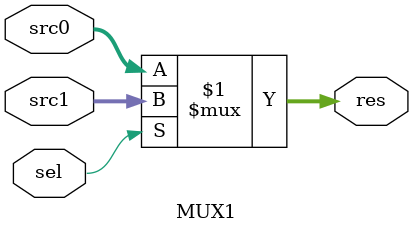
<source format=v>
`timescale 1ns / 1ps

module MUX1 (
    input [31:0] src0,
    input [31:0] src1,
    input sel,
    output [31:0] res
);
    assign res = sel ? src1 : src0;
endmodule
</source>
